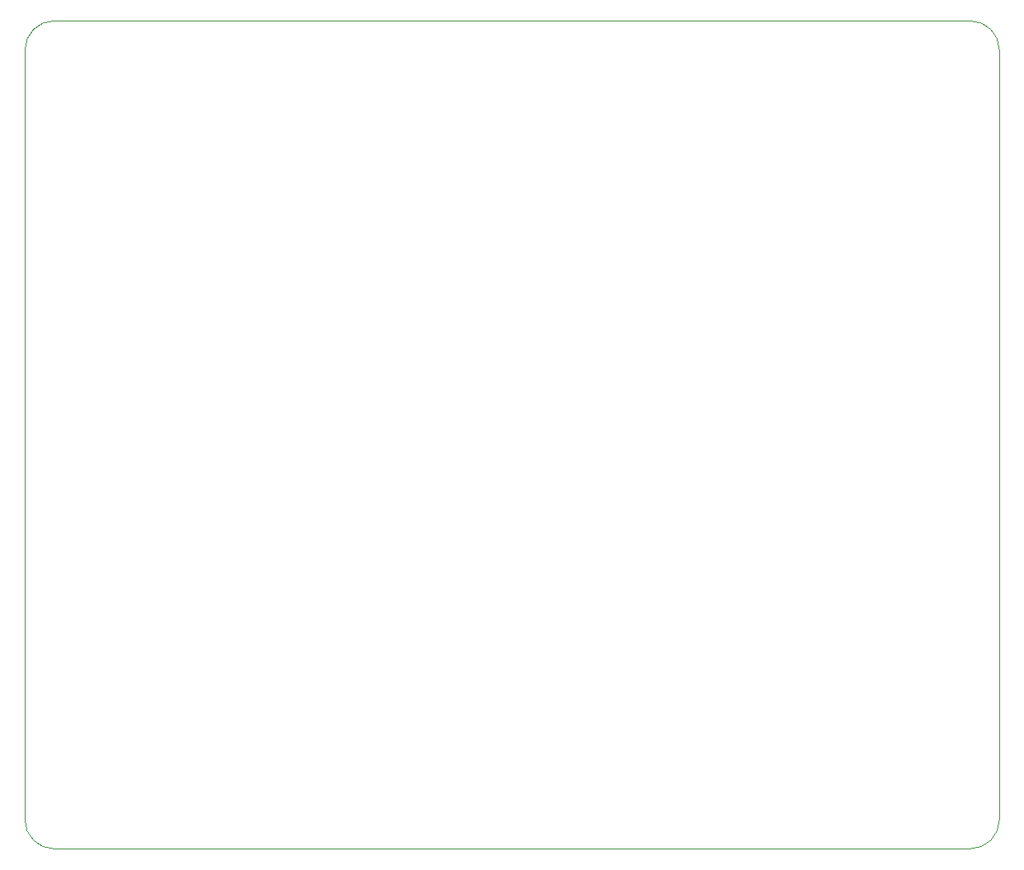
<source format=gm1>
G04 #@! TF.GenerationSoftware,KiCad,Pcbnew,(6.0.4-0)*
G04 #@! TF.CreationDate,2022-04-04T15:41:03+02:00*
G04 #@! TF.ProjectId,EnergyMonitor,456e6572-6779-44d6-9f6e-69746f722e6b,rev?*
G04 #@! TF.SameCoordinates,Original*
G04 #@! TF.FileFunction,Profile,NP*
%FSLAX46Y46*%
G04 Gerber Fmt 4.6, Leading zero omitted, Abs format (unit mm)*
G04 Created by KiCad (PCBNEW (6.0.4-0)) date 2022-04-04 15:41:03*
%MOMM*%
%LPD*%
G01*
G04 APERTURE LIST*
G04 #@! TA.AperFunction,Profile*
%ADD10C,0.100000*%
G04 #@! TD*
G04 APERTURE END LIST*
D10*
X103000000Y-48500000D02*
G75*
G03*
X100000000Y-51500000I0J-3000000D01*
G01*
X200000000Y-51500000D02*
G75*
G03*
X197000000Y-48500000I-3000000J0D01*
G01*
X103000000Y-48500000D02*
X197000000Y-48500000D01*
X100000000Y-130500000D02*
G75*
G03*
X103000000Y-133500000I3000000J0D01*
G01*
X200000000Y-51500000D02*
X200000000Y-130500000D01*
X197000000Y-133500000D02*
G75*
G03*
X200000000Y-130500000I0J3000000D01*
G01*
X197000000Y-133500000D02*
X103000000Y-133500000D01*
X100000000Y-130500000D02*
X100000000Y-51500000D01*
M02*

</source>
